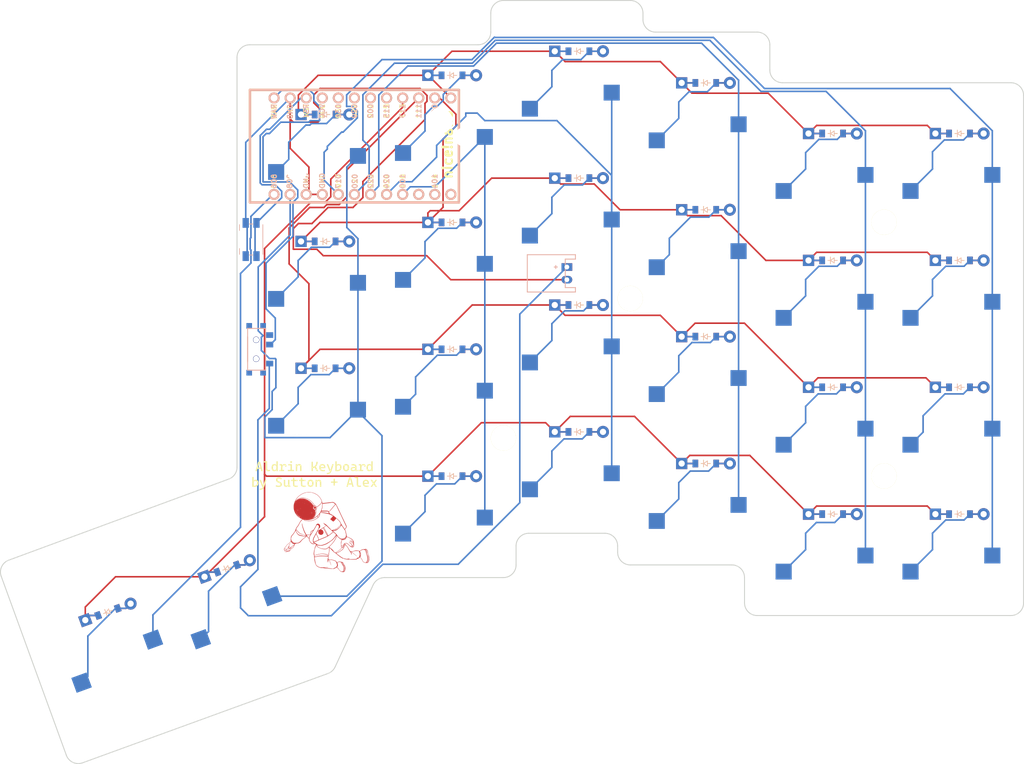
<source format=kicad_pcb>
(kicad_pcb (version 20240108) (generator "pcbnew") (generator_version "8.0")
  (title_block (title "right") (rev "v1.0.0") (company "Unknown"))
  (layers (0 "F.Cu" signal) (31 "B.Cu" signal) (34 "B.Paste" user) (35 "F.Paste" user) (36 "B.SilkS" user "B.Silkscreen") (37 "F.SilkS" user "F.Silkscreen") (38 "B.Mask" user) (39 "F.Mask" user) (44 "Edge.Cuts" user))
  (net 0 "")
  (net 1 "P017")
  (net 2 "mirror_outer_mod")
  (net 3 "mirror_outer_bottom")
  (net 4 "mirror_outer_home")
  (net 5 "mirror_outer_top")
  (net 6 "P020")
  (net 7 "mirror_pinky_mod")
  (net 8 "mirror_pinky_bottom")
  (net 9 "mirror_pinky_home")
  (net 10 "mirror_pinky_top")
  (net 11 "P022")
  (net 12 "mirror_ring_mod")
  (net 13 "mirror_ring_bottom")
  (net 14 "mirror_ring_home")
  (net 15 "mirror_ring_top")
  (net 16 "P024")
  (net 17 "mirror_middle_mod")
  (net 18 "mirror_middle_bottom")
  (net 19 "mirror_middle_home")
  (net 20 "mirror_middle_top")
  (net 21 "P100")
  (net 22 "mirror_index_mod")
  (net 23 "mirror_index_bottom")
  (net 24 "mirror_index_home")
  (net 25 "mirror_index_top")
  (net 26 "P008")
  (net 27 "mirror_inner_bottom")
  (net 28 "mirror_inner_home")
  (net 29 "mirror_inner_top")
  (net 30 "mirror_inner_first")
  (net 31 "P006")
  (net 32 "mirror_outer_first")
  (net 33 "RAW")
  (net 34 "GND")
  (net 35 "RST")
  (net 36 "VCC")
  (net 37 "P031")
  (net 38 "P029")
  (net 39 "P002")
  (net 40 "P115")
  (net 41 "P113")
  (net 42 "P111")
  (net 43 "P010")
  (net 44 "P009")
  (net 45 "P011")
  (net 46 "P104")
  (net 47 "P106")
  (net 48 "pos")
  (footprint "E73:SPDT_C128955" (layer "F.Cu") (at 261.55 119.95 90)
    (property "Reference" "T1" (hide yes))
    (property "Value" "" (hide yes))
  )
  (footprint "ComboDiode" (layer "F.Cu") (at 312.55 112.95)
    (property "Reference" "D14" (hide yes))
    (property "Value" "" (hide yes))
  )
  (footprint "MX" (layer "F.Cu") (at 310.65 116.95 180)
    (property "Reference" "S14" (hide yes))
    (property "Value" "" (hide yes))
  )
  (footprint "ComboDiode" (layer "F.Cu") (at 292.5 119.95)
    (property "Reference" "D18" (hide yes))
    (property "Value" "" (hide yes))
  )
  (footprint "ComboDiode" (layer "F.Cu") (at 272.45 82.85)
    (property "Reference" "D22" (hide yes))
    (property "Value" "" (hide yes))
  )
  (footprint "HOLE_M2_TH" (layer "F.Cu") (at 320.675 111.925)
    (property "Reference" "")
    (property "Value" "")
  )
  (footprint "MX" (layer "F.Cu") (at 350.75 150 180)
    (property "Reference" "S5" (hide yes))
    (property "Value" "" (hide yes))
  )
  (footprint "ComboDiode" (layer "F.Cu") (at 272.45 102.9)
    (property "Reference" "D21" (hide yes))
    (property "Value" "" (hide yes))
  )
  (footprint "MX" (layer "F.Cu") (at 270.55 86.85 180)
    (property "Reference" "S23" (hide yes))
    (property "Value" "" (hide yes))
  )
  (footprint "ComboDiode" (layer "F.Cu") (at 272.45 122.95)
    (property "Reference" "D20" (hide yes))
    (property "Value" "" (hide yes))
  )
  (footprint "MX" (layer "F.Cu") (at 290.6 123.95 180)
    (property "Reference" "S18" (hide yes))
    (property "Value" "" (hide yes))
  )
  (footprint "MX" (layer "F.Cu") (at 237.709163 165.857504 -160)
    (property "Reference" "S25" (hide yes))
    (property "Value" "" (hide yes))
  )
  (footprint "nice_nano" (layer "F.Cu") (at 278.35 87.85)
    (property "Reference" "MCU1" (hide yes))
    (property "Value" "nice_nano" (hide yes))
  )
  (footprint "ComboDiode" (layer "F.Cu") (at 372.7 146)
    (property "Reference" "D1" (hide yes))
    (property "Value" "" (hide yes))
  )
  (footprint "MX" (layer "F.Cu") (at 256.55 159 -160)
    (property "Reference" "S24" (hide yes))
    (property "Value" "" (hide yes))
  )
  (footprint "MX" (layer "F.Cu") (at 350.75 89.85 180)
    (property "Reference" "S8" (hide yes))
    (property "Value" "" (hide yes))
  )
  (footprint "HOLE_M2_TH" (layer "F.Cu") (at 360.775 139.975)
    (property "Reference" "")
    (property "Value" "")
  )
  (footprint "ComboDiode" (layer "F.Cu") (at 352.65 125.95)
    (property "Reference" "D6" (hide yes))
    (property "Value" "" (hide yes))
  )
  (footprint "ComboDiode" (layer "F.Cu") (at 372.7 85.85)
    (property "Reference" "D4" (hide yes))
    (property "Value" "" (hide yes))
  )
  (footprint "ComboDiode" (layer "F.Cu") (at 312.55 92.9)
    (property "Reference" "D15" (hide yes))
    (property "Value" "" (hide yes))
  )
  (footprint "MX" (layer "F.Cu") (at 310.65 76.85 180)
    (property "Reference" "S16" (hide yes))
    (property "Value" "" (hide yes))
  )
  (footprint "MX" (layer "F.Cu") (at 330.7 142 180)
    (property "Reference" "S9" (hide yes))
    (property "Value" "" (hide yes))
  )
  (footprint "MX" (layer "F.Cu") (at 330.7 81.85 180)
    (property "Reference" "S12" (hide yes))
    (property "Value" "" (hide yes))
  )
  (footprint "MX" (layer "F.Cu") (at 290.6 103.9 180)
    (property "Reference" "S19" (hide yes))
    (property "Value" "" (hide yes))
  )
  (footprint "MX" (layer "F.Cu") (at 290.6 83.85 180)
    (property "Reference" "S20" (hide yes))
    (property "Value" "" (hide yes))
  )
  (footprint "MX" (layer "F.Cu") (at 370.8 129.95 180)
    (property "Reference" "S2" (hide yes))
    (property "Value" "" (hide yes))
  )
  (footprint "ComboDiode" (layer "F.Cu") (at 292.5 76.65)
    (property "Reference" "D25" (hide yes))
    (property "Value" "" (hide yes))
  )
  (footprint "ComboDiode" (layer "F.Cu") (at 292.5 140)
    (property "Reference" "D17" (hide yes))
    (property "Value" "" (hide yes))
  )
  (footprint "MX" (layer "F.Cu") (at 330.7 101.9 180)
    (property "Reference" "S11" (hide yes))
    (property "Value" "" (hide yes))
  )
  (footprint "MX" (layer "F.Cu") (at 370.8 89.85 180)
    (property "Reference" "S4" (hide yes))
    (property "Value" "" (hide yes))
  )
  (footprint "ComboDiode" (layer "F.Cu") (at 332.6 77.85)
    (property "Reference" "D12" (hide yes))
    (property "Value" "" (hide yes))
  )
  (footprint "MX" (layer "F.Cu") (at 350.75 109.9 180)
    (property "Reference" "S7" (hide yes))
    (property "Value" "" (hide yes))
  )
  (footprint "MX" (layer "F.Cu") (at 310.65 96.9 180)
    (property "Reference" "S15" (hide yes))
    (property "Value" "" (hide yes))
  )
  (footprint "ComboDiode" (layer "F.Cu") (at 352.65 85.85)
    (property "Reference" "D8" (hide yes))
    (property "Value" "" (hide yes))
  )
  (footprint "HOLE_M2_TH" (layer "F.Cu") (at 300.625 133.975)
    (property "Reference" "")
    (property "Value" "")
  )
  (footprint "ComboDiode" (layer "F.Cu") (at 332.6 138)
    (property "Reference" "D9" (hide yes))
    (property "Value" "" (hide yes))
  )
  (footprint "MX" (layer "F.Cu") (at 270.55 106.9 180)
    (property "Reference" "S22" (hide yes))
    (property "Value" "" (hide yes))
  )
  (footprint "ComboDiode" (layer "F.Cu") (at 256.967335 154.591391 20)
    (property "Reference" "D23" (hide yes))
    (property "Value" "" (hide yes))
  )
  (footprint "MX" (layer "F.Cu") (at 270.55 126.95 180)
    (property "Reference" "S21" (hide yes))
    (property "Value" "" (hide yes))
  )
  (footprint "ComboDiode" (layer "F.Cu") (at 332.6 97.9)
    (property "Reference" "D11" (hide yes))
    (property "Value" "" (hide yes))
  )
  (footprint "Panasonic_EVQPUL_EVQPUC" (layer "F.Cu") (at 260.75 102.6 90)
    (property "Reference" "B1" (hide yes))
    (property "Value" "Panasonic_EVQPUL_EVQPUC" (hide yes))
  )
  (footprint "ComboDiode" (layer "F.Cu") (at 292.5 99.9)
    (property "Reference" "D19" (hide yes))
    (property "Value" "" (hide yes))
  )
  (footprint "MX" (layer "F.Cu") (at 350.75 129.95 180)
    (property "Reference" "S6" (hide yes))
    (property "Value" "" (hide yes))
  )
  (footprint "JST_PH_S2B-PH-K_02x2.00mm_Angled" (layer "F.Cu") (at 310.65 107.95 -90)
    (property "Reference" "JST1" (hide yes))
    (property "Value" "" (hide yes))
  )
  (footprint "ComboDiode" (layer "F.Cu") (at 372.7 105.9)
    (property "Reference" "D3" (hide yes))
    (property "Value" "" (hide yes))
  )
  (footprint "artwork:img-only" (layer "F.Cu") (at 271.78 148.844)
    (property "Reference" "G***" (hide yes))
    (property "Value" "LOGO" (hide yes))
  )
  (footprint "ComboDiode" (layer "F.Cu") (at 372.7 125.95)
    (property "Reference" "D2" (hide yes))
    (property "Value" "" (hide yes))
  )
  (footprint "ComboDiode" (layer "F.Cu") (at 352.65 146)
    (property "Reference" "D5" (hide yes))
    (property "Value" "" (hide yes))
  )
  (footprint "ComboDiode" (layer "F.Cu") (at 312.55 133)
    (property "Reference" "D13" (hide yes))
    (property "Value" "" (hide yes))
  )
  (footprint "MX" (layer "F.Cu") (at 370.8 150 180)
    (property "Reference" "S1" (hide yes))
    (property "Value" "" (hide yes))
  )
  (footprint "HOLE_M2_TH" (layer "F.Cu") (at 360.775 99.875)
    (property "Reference" "")
    (property "Value" "")
  )
  (footprint "ComboDiode" (layer "F.Cu") (at 352.65 105.9)
    (property "Reference" "D7" (hide yes))
    (property "Value" "" (hide yes))
  )
  (footprint "ComboDiode" (layer "F.Cu") (at 312.55 72.85)
    (property "Reference" "D16" (hide yes))
    (property "Value" "" (hide yes))
  )
  (footprint "MX" (layer "F.Cu") (at 290.6 144 180)
    (property "Reference" "S17" (hide yes))
    (property "Value" "" (hide yes))
  )
  (footprint "MX" (layer "F.Cu") (at 330.7 121.95 180)
    (property "Reference" "S10" (hide yes))
    (property "Value" "" (hide yes))
  )
  (footprint "MX" (layer "F.Cu") (at 370.8 109.9 180)
    (property "Reference" "S3" (hide yes))
    (property "Value" "" (hide yes))
  )
  (footprint "artwork:text-only" (layer "F.Cu") (at 270.764 139.7)
    (property "Reference" "G***" (hide yes))
    (property "Value" "LOGO" (hide yes))
  )
  (footprint "ComboDiode" (layer "F.Cu") (at 332.6 117.95)
    (property "Reference" "D10" (hide yes))
    (property "Value" "" (hide yes))
  )
  (footprint "MX" (layer "F.Cu") (at 310.65 137 180)
    (property "Reference" "S13" (hide yes))
    (property "Value" "" (hide yes))
  )
  (footprint "ComboDiode" (layer "F.Cu") (at 238.126498 161.448895 20)
    (property "Reference" "D24" (hide yes))
    (property "Value" "" (hide yes))
  )
  (gr_arc (start 336.725 154.025) (mid 338.139214 154.610786) (end 338.725 156.025) (stroke (width 0.15)) (layer "Edge.Cuts"))
  (gr_line (start 338.725 156.025) (end 338.725 160.025) (stroke (width 0.15)) (layer "Edge.Cuts"))
  (gr_line (start 318.675 151.025) (end 318.675 152.025) (stroke (width 0.15)) (layer "Edge.Cuts"))
  (gr_arc (start 302.625 151.025) (mid 303.210786 149.610786) (end 304.625 149.025) (stroke (width 0.15)) (layer "Edge.Cuts"))
  (gr_arc (start 221.263452 155.832032) (mid 221.328504 154.306447) (end 222.451149 153.271407) (stroke (width 0.15)) (layer "Edge.Cuts"))
  (gr_line (start 320.675 64.825) (end 300.625 64.825) (stroke (width 0.15)) (layer "Edge.Cuts"))
  (gr_arc (start 324.675 69.825) (mid 323.260786 69.239214) (end 322.675 67.825) (stroke (width 0.15)) (layer "Edge.Cuts"))
  (gr_line (start 221.263452 155.832031) (end 231.552487 184.100924) (stroke (width 0.15)) (layer "Edge.Cuts"))
  (gr_line (start 260.525 71.825) (end 296.625 71.825) (stroke (width 0.15)) (layer "Edge.Cuts"))
  (gr_line (start 281.852018 156.025) (end 300.625 156.025) (stroke (width 0.15)) (layer "Edge.Cuts"))
  (gr_arc (start 298.625 66.825) (mid 299.210786 65.410786) (end 300.625 64.825) (stroke (width 0.15)) (layer "Edge.Cuts"))
  (gr_arc (start 320.675 64.825) (mid 322.089214 65.410786) (end 322.675 66.825) (stroke (width 0.15)) (layer "Edge.Cuts"))
  (gr_arc (start 274.026553 170.143521) (mid 273.5649 170.775166) (end 272.896252 171.18138) (stroke (width 0.15)) (layer "Edge.Cuts"))
  (gr_arc (start 258.525 138.580645) (mid 258.165636 139.72446) (end 257.216687 140.457229) (stroke (width 0.15)) (layer "Edge.Cuts"))
  (gr_line (start 298.625 66.825) (end 298.625 69.825) (stroke (width 0.15)) (layer "Edge.Cuts"))
  (gr_arc (start 340.725 162.025) (mid 339.310786 161.439214) (end 338.725 160.025) (stroke (width 0.15)) (layer "Edge.Cuts"))
  (gr_arc (start 258.525 73.825) (mid 259.110786 72.410786) (end 260.525 71.825) (stroke (width 0.15)) (layer "Edge.Cuts"))
  (gr_arc (start 344.725 77.825) (mid 343.310786 77.239214) (end 342.725 75.825) (stroke (width 0.15)) (layer "Edge.Cuts"))
  (gr_arc (start 280.037677 157.183473) (mid 280.775694 156.339317) (end 281.852018 156.025) (stroke (width 0.15)) (layer "Edge.Cuts"))
  (gr_line (start 274.026553 170.143521) (end 280.037677 157.183473) (stroke (width 0.15)) (layer "Edge.Cuts"))
  (gr_line (start 302.625 154.025) (end 302.625 151.025) (stroke (width 0.15)) (layer "Edge.Cuts"))
  (gr_line (start 344.725 77.825) (end 380.825 77.825) (stroke (width 0.15)) (layer "Edge.Cuts"))
  (gr_arc (start 340.725 69.825) (mid 342.139214 70.410786) (end 342.725 71.825) (stroke (width 0.15)) (layer "Edge.Cuts"))
  (gr_line (start 340.725 162.025) (end 380.825 162.025) (stroke (width 0.15)) (layer "Edge.Cuts"))
  (gr_line (start 257.216687 140.457229) (end 222.451149 153.271407) (stroke (width 0.15)) (layer "Edge.Cuts"))
  (gr_arc (start 382.825 160.025) (mid 382.239214 161.439214) (end 380.825 162.025) (stroke (width 0.15)) (layer "Edge.Cuts"))
  (gr_arc (start 234.115912 185.296269) (mid 232.586635 185.229499) (end 231.552487 184.100924) (stroke (width 0.15)) (layer "Edge.Cuts"))
  (gr_arc (start 380.825 77.825) (mid 382.239214 78.410786) (end 382.825 79.825) (stroke (width 0.15)) (layer "Edge.Cuts"))
  (gr_line (start 320.675 154.025) (end 336.725 154.025) (stroke (width 0.15)) (layer "Edge.Cuts"))
  (gr_line (start 342.725 75.825) (end 342.725 71.825) (stroke (width 0.15)) (layer "Edge.Cuts"))
  (gr_line (start 322.675 67.825) (end 322.675 66.825) (stroke (width 0.15)) (layer "Edge.Cuts"))
  (gr_line (start 340.725 69.825) (end 324.675 69.825) (stroke (width 0.15)) (layer "Edge.Cuts"))
  (gr_arc (start 316.675 149.025) (mid 318.089214 149.610786) (end 318.675 151.025) (stroke (width 0.15)) (layer "Edge.Cuts"))
  (gr_arc (start 302.625 154.025) (mid 302.039214 155.439214) (end 300.625 156.025) (stroke (width 0.15)) (layer "Edge.Cuts"))
  (gr_line (start 382.825 160.025) (end 382.825 79.825) (stroke (width 0.15)) (layer "Edge.Cuts"))
  (gr_line (start 234.115913 185.296269) (end 272.896252 171.18138) (stroke (width 0.15)) (layer "Edge.Cuts"))
  (gr_arc (start 320.675 154.025) (mid 319.260786 153.439214) (end 318.675 152.025) (stroke (width 0.15)) (layer "Edge.Cuts"))
  (gr_arc (start 298.625 69.825) (mid 298.039214 71.239214) (end 296.625 71.825) (stroke (width 0.15)) (layer "Edge.Cuts"))
  (gr_line (start 258.525 73.825) (end 258.525 138.580645) (stroke (width 0.15)) (layer "Edge.Cuts"))
  (gr_line (start 304.625 149.025) (end 316.675 149.025) (stroke (width 0.15)) (layer "Edge.Cuts"))
  (segment (start 299.212 70.612) (end 295.656 74.168) (width 0.25) (layer "B.Cu") (net 1))
  (segment (start 377.885 92.39) (end 377.885 85.418342) (width 0.25) (layer "B.Cu") (net 1))
  (segment (start 295.656 74.168) (end 281.432 74.168) (width 0.25) (layer "B.Cu") (net 1))
  (segment (start 272.796 88.30235) (end 272.288 88.81035) (width 0.25) (layer "B.Cu") (net 1))
  (segment (start 275.0559 85.6241) (end 272.796 87.884) (width 0.25) (layer "B.Cu") (net 1))
  (segment (start 341.884 78.74) (end 333.814 70.67) (width 0.25) (layer "B.Cu") (net 1))
  (segment (start 377.885 132.49) (end 377.885 152.54) (width 0.25) (layer "B.Cu") (net 1))
  (segment (start 272.796 87.884) (end 272.796 88.30235) (width 0.25) (layer "B.Cu") (net 1))
  (segment (start 275.292558 85.6241) (end 275.0559 85.6241) (width 0.25) (layer "B.Cu") (net 1))
  (segment (start 275.844 81.5725) (end 276.789158 81.5725) (width 0.25) (layer "B.Cu") (net 1))
  (segment (start 281.432 74.168) (end 275.844 79.756) (width 0.25) (layer "B.Cu") (net 1))
  (segment (start 377.885 92.39) (end 377.885 112.44) (width 0.25) (layer "B.Cu") (net 1))
  (segment (start 371.206658 78.74) (end 341.884 78.74) (width 0.25) (layer "B.Cu") (net 1))
  (segment (start 272.288 93.218) (end 274.54 95.47) (width 0.25) (layer "B.Cu") (net 1))
  (segment (start 377.885 112.44) (end 377.885 132.49) (width 0.25) (layer "B.Cu") (net 1))
  (segment (start 333.814 70.67) (end 299.27 70.67) (width 0.25) (layer "B.Cu") (net 1))
  (segment (start 377.885 85.418342) (end 371.206658 78.74) (width 0.25) (layer "B.Cu") (net 1))
  (segment (start 276.789158 81.5725) (end 277.5375 82.320842) (width 0.25) (layer "B.Cu") (net 1))
  (segment (start 277.5375 82.320842) (end 277.5375 83.379158) (width 0.25) (layer "B.Cu") (net 1))
  (segment (start 275.844 79.756) (end 275.844 81.5725) (width 0.25) (layer "B.Cu") (net 1))
  (segment (start 272.288 88.81035) (end 272.288 93.218) (width 0.25) (layer "B.Cu") (net 1))
  (segment (start 277.5375 83.379158) (end 275.292558 85.6241) (width 0.25) (layer "B.Cu") (net 1))
  (segment (start 374.35 146) (end 376.51 146) (width 0.25) (layer "F.Cu") (net 2))
  (segment (start 368.4311 149.018769) (end 370.524869 146.925) (width 0.25) (layer "B.Cu") (net 2))
  (segment (start 368.4311 151.6069) (end 368.4311 149.018769) (width 0.25) (layer "B.Cu") (net 2))
  (segment (start 370.524869 146.925) (end 373.425 146.925) (width 0.25) (layer "B.Cu") (net 2))
  (segment (start 373.425 146.925) (end 374.35 146) (width 0.25) (layer "B.Cu") (net 2))
  (segment (start 374.35 146) (end 376.51 146) (width 0.25) (layer "B.Cu") (net 2))
  (segment (start 364.958 155.08) (end 368.4311 151.6069) (width 0.25) (layer "B.Cu") (net 2))
  (segment (start 374.35 125.95) (end 376.51 125.95) (width 0.25) (layer "F.Cu") (net 3))
  (segment (start 373.3 127) (end 374.35 125.95) (width 0.25) (layer "B.Cu") (net 3))
  (segment (start 370.399869 127) (end 373.3 127) (width 0.25) (layer "B.Cu") (net 3))
  (segment (start 364.958 135.03) (end 366.9459 133.0421) (width 0.25) (layer "B.Cu") (net 3))
  (segment (start 374.35 125.95) (end 376.51 125.95) (width 0.25) (layer "B.Cu") (net 3))
  (segment (start 366.9459 130.453969) (end 370.399869 127) (width 0.25) (layer "B.Cu") (net 3))
  (segment (start 366.9459 133.0421) (end 366.9459 130.453969) (width 0.25) (layer "B.Cu") (net 3))
  (segment (start 374.35 105.9) (end 376.51 105.9) (width 0.25) (layer "F.Cu") (net 4))
  (segment (start 368.4311 111.5069) (end 368.4311 108.918769) (width 0.25) (layer "B.Cu") (net 4))
  (segment (start 374.35 105.9) (end 376.51 105.9) (width 0.25) (layer "B.Cu") (net 4))
  (segment (start 373.425 106.825) (end 374.35 105.9) (width 0.25) (layer "B.Cu") (net 4))
  (segment (start 370.524869 106.825) (end 373.425 106.825) (width 0.25) (layer "B.Cu") (net 4))
  (segment (start 364.958 114.98) (end 368.4311 111.5069) (width 0.25) (layer "B.Cu") (net 4))
  (segment (start 368.4311 108.918769) (end 370.524869 106.825) (width 0.25) (layer "B.Cu") (net 4))
  (segment (start 374.35 85.85) (end 376.51 85.85) (width 0.25) (layer "F.Cu") (net 5))
  (segment (start 364.958 94.93) (end 368.4311 91.4569) (width 0.25) (layer "B.Cu") (net 5))
  (segment (start 374.35 85.85) (end 376.51 85.85) (width 0.25) (layer "B.Cu") (net 5))
  (segment (start 370.3 86.868) (end 373.332 86.868) (width 0.25) (layer "B.Cu") (net 5))
  (segment (start 373.332 86.868) (end 374.35 85.85) (width 0.25) (layer "B.Cu") (net 5))
  (segment (start 368.4311 91.4569) (end 368.4311 88.7369) (width 0.25) (layer "B.Cu") (net 5))
  (segment (start 368.4311 88.7369) (end 370.3 86.868) (width 0.25) (layer "B.Cu") (net 5))
  (segment (start 279.4 87.884) (end 279.4 93.15) (width 0.25) (layer "B.Cu") (net 6))
  (segment (start 278.4187 79.7213) (end 278.4187 86.9027) (width 0.25) (layer "B.Cu") (net 6))
  (segment (start 357.835 85.418342) (end 351.606658 79.19) (width 0.25) (layer "B.Cu") (net 6))
  (segment (start 333.248 71.12) (end 299.340396 71.12) (width 0.25) (layer "B.Cu") (net 6))
  (segment (start 341.318 79.19) (end 333.248 71.12) (width 0.25) (layer "B.Cu") (net 6))
  (segment (start 357.835 92.39) (end 357.835 112.44) (width 0.25) (layer "B.Cu") (net 6))
  (segment (start 283.406 74.734) (end 278.4187 79.7213) (width 0.25) (layer "B.Cu") (net 6))
  (segment (start 357.835 112.44) (end 357.835 132.49) (width 0.25) (layer "B.Cu") (net 6))
  (segment (start 351.606658 79.19) (end 341.318 79.19) (width 0.25) (layer "B.Cu") (net 6))
  (segment (start 357.835 92.39) (end 357.835 85.418342) (width 0.25) (layer "B.Cu") (net 6))
  (segment (start 279.4 93.15) (end 277.08 95.47) (width 0.25) (layer "B.Cu") (net 6))
  (segment (start 299.340396 71.12) (end 295.726396 74.734) (width 0.25) (layer "B.Cu") (net 6))
  (segment (start 295.726396 74.734) (end 283.406 74.734) (width 0.25) (layer "B.Cu") (net 6))
  (segment (start 357.835 132.49) (end 357.835 152.54) (width 0.25) (layer "B.Cu") (net 6))
  (segment (start 278.4187 86.9027) (end 279.4 87.884) (width 0.25) (layer "B.Cu") (net 6))
  (segment (start 354.3 146) (end 356.46 146) (width 0.25) (layer "F.Cu") (net 7))
  (segment (start 350.079869 147.32) (end 352.98 147.32) (width 0.25) (layer "B.Cu") (net 7))
  (segment (start 344.908 155.08) (end 348.3811 151.6069) (width 0.25) (layer "B.Cu") (net 7))
  (segment (start 352.98 147.32) (end 354.3 146) (width 0.25) (layer "B.Cu") (net 7))
  (segment (start 348.3811 151.6069) (end 348.3811 149.018769) (width 0.25) (layer "B.Cu") (net 7))
  (segment (start 354.3 146) (end 356.46 146) (width 0.25) (layer "B.Cu") (net 7))
  (segment (start 348.3811 149.018769) (end 350.079869 147.32) (width 0.25) (layer "B.Cu") (net 7))
  (segment (start 354.3 125.95) (end 356.46 125.95) (width 0.25) (layer "F.Cu") (net 8))
  (segment (start 348.3811 128.968769) (end 350.349869 127) (width 0.25) (layer "B.Cu") (net 8))
  (segment (start 350.349869 127) (end 353.25 127) (width 0.25) (layer "B.Cu") (net 8))
  (segment (start 348.3811 131.5569) (end 348.3811 128.968769) (width 0.25) (layer "B.Cu") (net 8))
  (segment (start 354.3 125.95) (end 356.46 125.95) (width 0.25) (layer "B.Cu") (net 8))
  (segment (start 353.25 127) (end 354.3 125.95) (width 0.25) (layer "B.Cu") (net 8))
  (segment (start 344.908 135.03) (end 348.3811 131.5569) (width 0.25) (layer "B.Cu") (net 8))
  (segment (start 354.3 105.9) (end 356.46 105.9) (width 0.25) (layer "F.Cu") (net 9))
  (segment (start 348.3811 111.5069) (end 348.3811 108.918769) (width 0.25) (layer "B.Cu") (net 9))
  (segment (start 354.3 105.9) (end 356.46 105.9) (width 0.25) (layer "B.Cu") (net 9))
  (segment (start 344.908 114.98) (end 348.3811 111.5069) (width 0.25) (layer "B.Cu") (net 9))
  (segment (start 353.375 106.825) (end 354.3 105.9) (width 0.25) (layer "B.Cu") (net 9))
  (segment (start 350.474869 106.825) (end 353.375 106.825) (width 0.25) (layer "B.Cu") (net 9))
  (segment (start 348.3811 108.918769) (end 350.474869 106.825) (width 0.25) (layer "B.Cu") (net 9))
  (segment (start 354.3 85.85) (end 356.46 85.85) (width 0.25) (layer "F.Cu") (net 10))
  (segment (start 354.3 85.85) (end 356.46 85.85) (width 0.25) (layer "B.Cu") (net 10))
  (segment (start 348.3811 88.868769) (end 350.474869 86.775) (width 0.25) (layer "B.Cu") (net 10))
  (segment (start 350.474869 86.775) (end 353.375 86.775) (width 0.25) (layer "B.Cu") (net 10))
  (segment (start 348.3811 91.4569) (end 348.3811 88.868769) (width 0.25) (layer "B.Cu") (net 10))
  (segment (start 344.908 94.93) (end 348.3811 91.4569) (width 0.25) (layer "B.Cu") (net 10))
  (segment (start 353.375 86.775) (end 354.3 85.85) (width 0.25) (layer "B.Cu") (net 10))
  (segment (start 295.912792 75.184) (end 285.507105 75.184) (width 0.25) (layer "B.Cu") (net 11))
  (segment (start 280.924 94.166) (end 279.62 95.47) (width 0.25) (layer "B.Cu") (net 11))
  (segment (start 299.526792 71.57) (end 295.912792 75.184) (width 0.25) (layer "B.Cu") (net 11))
  (segment (start 280.924 79.767105) (end 280.924 94.166) (width 0.25) (layer "B.Cu") (net 11))
  (segment (start 337.785 84.39) (end 337.785 104.44) (width 0.25) (layer "B.Cu") (net 11))
  (segment (start 337.785 124.49) (end 337.785 144.54) (width 0.25) (layer "B.Cu") (net 11))
  (segment (start 337.785 104.44) (end 337.785 124.49) (width 0.25) (layer "B.Cu") (net 11))
  (segment (start 285.507105 75.184) (end 280.924 79.767105) (width 0.25) (layer "B.Cu") (net 11))
  (segment (start 337.785 84.39) (end 337.785 77.418342) (width 0.25) (layer "B.Cu") (net 11))
  (segment (start 331.936658 71.57) (end 299.526792 71.57) (width 0.25) (layer "B.Cu") (net 11))
  (segment (start 337.785 77.418342) (end 331.936658 71.57) (width 0.25) (layer "B.Cu") (net 11))
  (segment (start 334.25 138) (end 336.41 138) (width 0.25) (layer "F.Cu") (net 12))
  (segment (start 330.157869 139.192) (end 333.058 139.192) (width 0.25) (layer "B.Cu") (net 12))
  (segment (start 333.058 139.192) (end 334.25 138) (width 0.25) (layer "B.Cu") (net 12))
  (segment (start 334.25 138) (end 336.41 138) (width 0.25) (layer "B.Cu") (net 12))
  (segment (start 328.3311 141.018769) (end 330.157869 139.192) (width 0.25) (layer "B.Cu") (net 12))
  (segment (start 328.3311 143.6069) (end 328.3311 141.018769) (width 0.25) (layer "B.Cu") (net 12))
  (segment (start 324.858 147.08) (end 328.3311 143.6069) (width 0.25) (layer "B.Cu") (net 12))
  (segment (start 334.25 117.95) (end 336.41 117.95) (width 0.25) (layer "F.Cu") (net 13))
  (segment (start 334.25 117.95) (end 336.41 117.95) (width 0.25) (layer "B.Cu") (net 13))
  (segment (start 328.3311 123.5569) (end 328.3311 120.968769) (width 0.25) (layer "B.Cu") (net 13))
  (segment (start 330.424869 118.875) (end 333.325 118.875) (width 0.25) (layer "B.Cu") (net 13))
  (segment (start 324.858 127.03) (end 328.3311 123.5569) (width 0.25) (layer "B.Cu") (net 13))
  (segment (start 328.3311 120.968769) (end 330.424869 118.875) (width 0.25) (layer "B.Cu") (net 13))
  (segment (start 333.325 118.875) (end 334.25 117.95) (width 0.25) (layer "B.Cu") (net 13))
  (segment (start 334.25 97.9) (end 336.41 97.9) (width 0.25) (layer "F.Cu") (net 14))
  (segment (start 324.858 106.98) (end 326.8459 104.9921) (width 0.25) (layer "B.Cu") (net 14))
  (segment (start 334.25 97.9) (end 336.41 97.9) (width 0.25) (layer "B.Cu") (net 14))
  (segment (start 326.8459 102.403969) (end 330.189869 99.06) (width 0.25) (layer "B.Cu") (net 14))
  (segment (start 326.8459 104.9921) (end 326.8459 102.403969) (width 0.25) (layer "B.Cu") (net 14))
  (segment (start 333.09 99.06) (end 334.25 97.9) (width 0.25) (layer "B.Cu") (net 14))
  (segment (start 330.189869 99.06) (end 333.09 99.06) (width 0.25) (layer "B.Cu") (net 14))
  (segment (start 334.25 77.85) (end 336.41 77.85) (width 0.25) (layer "F.Cu") (net 15))
  (segment (start 332.852 79.248) (end 334.25 77.85) (width 0.25) (layer "B.Cu") (net 15))
  (segment (start 324.858 86.93) (end 328.3311 83.4569) (width 0.25) (layer "B.Cu") (net 15))
  (segment (start 328.3311 80.868769) (end 329.951869 79.248) (width 0.25) (layer "B.Cu") (net 15))
  (segment (start 329.951869 79.248) (end 332.852 79.248) (width 0.25) (layer "B.Cu") (net 15))
  (segment (start 334.25 77.85) (end 336.41 77.85) (width 0.25) (layer "B.Cu") (net 15))
  (segment (start 328.3311 83.4569) (end 328.3311 80.868769) (width 0.25) (layer "B.Cu") (net 15))
  (segment (start 317.735 119.49) (end 317.735 139.54) (width 0.25) (layer "B.Cu") (net 16))
  (segment (start 284.158 93.472) (end 282.16 95.47) (width 0.25) (layer "B.Cu") (net 16))
  (segment (start 309.071658 83.805) (end 297.673 83.805) (width 0.25) (layer "B.Cu") (net 16))
  (segment (start 286.16965 93.472) (end 284.158 93.472) (width 0.25) (layer "B.Cu") (net 16))
  (segment (start 297.673 83.805) (end 296.4921 82.6241) (width 0.25) (layer "B.Cu") (net 16))
  (segment (start 294.6728 82.6241) (end 294.6728 83.127331) (width 0.25) (layer "B.Cu") (net 16))
  (segment (start 317.735 99.44) (end 317.735 119.49) (width 0.25) (layer "B.Cu") (net 16))
  (segment (start 317.735 92.468342) (end 309.071658 83.805) (width 0.25) (layer "B.Cu") (net 16))
  (segment (start 290.068 87.732131) (end 290.068 89.57365) (width 0.25) (layer "B.Cu") (net 16))
  (segment (start 290.068 89.57365) (end 286.16965 93.472) (width 0.25) (layer "B.Cu") (net 16))
  (segment (start 296.4921 82.6241) (end 294.6728 82.6241) (width 0.25) (layer "B.Cu") (net 16))
  (segment (start 294.6728 83.127331) (end 290.068 87.732131) (width 0.25) (layer "B.Cu") (net 16))
  (segment (start 317.735 79.39) (end 317.735 99.44) (width 0.25) (layer "B.Cu") (net 16))
  (segment (start 317.735 99.44) (end 317.735 92.468342) (width 0.25) (layer "B.Cu") (net 16))
  (segment (start 314.2 133) (end 316.36 133) (width 0.25) (layer "F.Cu") (net 17))
  (segment (start 314.2 133) (end 316.36 133) (width 0.25) (layer "B.Cu") (net 17))
  (segment (start 310.187869 134.112) (end 313.088 134.112) (width 0.25) (layer "B.Cu") (net 17))
  (segment (start 313.088 134.112) (end 314.2 133) (width 0.25) (layer "B.Cu") (net 17))
  (segment (start 304.808 142.08) (end 308.2811 138.6069) (width 0.25) (layer "B.Cu") (net 17))
  (segment (start 308.2811 136.018769) (end 310.187869 134.112) (width 0.25) (layer "B.Cu") (net 17))
  (segment (start 308.2811 138.6069) (end 308.2811 136.018769) (width 0.25) (layer "B.Cu") (net 17))
  (segment (start 314.2 112.95) (end 316.36 112.95) (width 0.25) (layer "F.Cu") (net 18))
  (segment (start 308.2811 115.8989) (end 310.305 113.875) (width 0.25) (layer "B.Cu") (net 18))
  (segment (start 314.2 112.95) (end 316.36 112.95) (width 0.25) (layer "B.Cu") (net 18))
  (segment (start 310.305 113.875) (end 313.275 113.875) (width 0.25) (layer "B.Cu") (net 18))
  (segment (start 308.2811 118.5569) (end 308.2811 115.8989) (width 0.25) (layer "B.Cu") (net 18))
  (segment (start 304.808 122.03) (end 308.2811 118.5569) (width 0.25) (layer "B.Cu") (net 18))
  (segment (start 313.275 113.875) (end 314.2 112.95) (width 0.25) (layer "B.Cu") (net 18))
  (segment (start 314.2 92.9) (end 316.36 92.9) (width 0.25) (layer "F.Cu") (net 19))
  (segment (start 314.2 92.9) (end 316.36 92.9) (width 0.25) (layer "B.Cu") (net 19))
  (segment (start 310.219869 93.98) (end 313.12 93.98) (width 0.25) (layer "B.Cu") (net 19))
  (segment (start 313.12 93.98) (end 314.2 92.9) (width 0.25) (layer "B.Cu") (net 19))
  (segment (start 304.808 101.98) (end 308.2811 98.5069) (width 0.25) (layer "B.Cu") (net 19))
  (segment (start 308.2811 95.918769) (end 310.219869 93.98) (width 0.25) (layer "B.Cu") (net 19))
  (segment (start 308.2811 98.5069) (end 308.2811 95.918769) (width 0.25) (layer "B.Cu") (net 19))
  (segment (start 314.2 72.85) (end 316.36 72.85) (width 0.25) (layer "F.Cu") (net 20))
  (segment (start 312.882 74.168) (end 314.2 72.85) (width 0.25) (layer "B.Cu") (net 20))
  (segment (start 308.2811 78.4569) (end 308.2811 75.868769) (width 0.25) (layer "B.Cu") (net 20))
  (segment (start 314.2 72.85) (end 316.36 72.85) (width 0.25) (layer "B.Cu") (net 20))
  (segment (start 308.2811 75.868769) (end 309.981869 74.168) (width 0.25) (layer "B.Cu") (net 20))
  (segment (start 304.808 81.93) (end 308.2811 78.4569) (width 0.25) (layer "B.Cu") (net 20))
  (segment (start 309.981869 74.168) (end 312.882 74.168) (width 0.25) (layer "B.Cu") (net 20))
  (segment (start 297.685 126.49) (end 297.685 146.54) (width 0.25) (layer "B.Cu") (net 21))
  (segment (start 285.9013 94.2687) (end 284.7 95.47) (width 0.25) (layer "B.Cu") (net 21))
  (segment (start 289.8063 94.2687) (end 285.9013 94.2687) (width 0.25) (layer "B.Cu") (net 21))
  (segment (start 297.685 106.44) (end 297.685 126.49) (width 0.25) (layer "B.Cu") (net 21))
  (segment (start 297.685 86.39) (end 289.8063 94.2687) (width 0.25) (layer "B.Cu") (net 21))
  (segment (start 297.685 86.39) (end 297.685 106.44) (width 0.25) (layer "B.Cu") (net 21))
  (segment (start 294.15 140) (end 296.31 140) (width 0.25) (layer "F.Cu") (net 22))
  (segment (start 290.025869 141.224) (end 292.926 141.224) (width 0.25) (layer "B.Cu") (net 22))
  (segment (start 292.926 141.224) (end 294.15 140) (width 0.25) (layer "B.Cu") (net 22))
  (segment (start 284.758 149.08) (end 288.2311 145.6069) (width 0.25) (layer "B.Cu") (net 22))
  (segment (start 288.2311 145.6069) (end 288.2311 143.018769) (width 0.25) (layer "B.Cu") (net 22))
  (segment (start 288.2311 143.018769) (end 290.025869 141.224) (width 0.25) (layer "B.Cu") (net 22))
  (segment (start 294.15 140) (end 296.31 140) (width 0.25) (layer "B.Cu") (net 22))
  (segment (start 294.15 119.95) (end 296.31 119.95) (width 0.25) (layer "F.Cu") (net 23))
  (segment (start 293.225 120.875) (end 294.15 119.95) (width 0.25) (layer "B.Cu") (net 23))
  (segment (start 286.7459 124.3221) (end 290.193 120.875) (width 0.25) (layer "B.Cu") (net 23))
  (segment (start 286.7459 127.0421) (end 286.7459 124.3221) (width 0.25) (layer "B.Cu") (net 23))
  (segment (start 294.15 119.95) (end 296.31 119.95) (width 0.25) (layer "B.Cu") (net 23))
  (segment (start 290.193 120.875) (end 293.225 120.875) (width 0.25) (layer "B.Cu") (net 23))
  (segment (start 284.758 129.03) (end 286.7459 127.0421) (width 0.25) (layer "B.Cu") (net 23))
  (segment (start 294.15 99.9) (end 296.31 99.9) (width 0.25) (layer "F.Cu") (net 24))
  (segment (start 294.15 99.9) (end 296.31 99.9) (width 0.25) (layer "B.Cu") (net 24))
  (segment (start 288.2311 102.918769) (end 290.324869 100.825) (width 0.25) (layer "B.Cu") (net 24))
  (segment (start 284.758 108.98) (end 288.2311 105.5069) (width 0.25) (layer "B.Cu") (net 24))
  (segment (start 293.225 100.825) (end 294.15 99.9) (width 0.25) (layer "B.Cu") (net 24))
  (segment (start 290.324869 100.825) (end 293.225 100.825) (width 0.25) (layer "B.Cu") (net 24))
  (segment (start 288.2311 105.5069) (end 288.2311 102.918769) (width 0.25) (layer "B.Cu") (net 24))
  (segment (start 294.15 76.65) (end 296.31 76.65) (width 0.25) (layer "F.Cu") (net 25))
  (segment (start 290.227795 81.4811) (end 291.1187 80.590195) (width 0.25) (layer "B.Cu") (net 25))
  (segment (start 289.618769 81.4811) (end 290.227795 81.4811) (width 0.25) (layer "B.Cu") (net 25))
  (segment (start 288.2311 85.4569) (end 288.2311 82.868769) (width 0.25) (layer "B.Cu") (net 25))
  (segment (start 284.758 88.93) (end 288.2311 85.4569) (width 0.25) (layer "B.Cu") (net 25))
  (segment (start 291.1187 79.6813) (end 294.15 76.65) (width 0.25) (layer "B.Cu") (net 25))
  (segment (start 291.1187 80.590195) (end 291.1187 79.6813) (width 0.25) (layer "B.Cu") (net 25))
  (segment (start 294.15 76.65) (end 296.31 76.65) (width 0.25) (layer "B.Cu") (net 25))
  (segment (start 288.2311 82.868769) (end 289.618769 81.4811) (width 0.25) (layer "B.Cu") (net 25))
  (segment (start 277.635 129.49) (end 273.22 133.905) (width 0.25) (layer "B.Cu") (net 26))
  (segment (start 277.635 129.807) (end 277.635 129.49) (width 0.25) (layer "B.Cu") (net 26))
  (segment (start 262.937 133.905) (end 262.937 130.626) (width 0.25) (layer "B.Cu") (net 26))
  (segment (start 264.562 121.412) (end 263.652 121.412) (width 0.25) (layer "B.Cu") (net 26))
  (segment (start 277.635 109.44) (end 277.635 102.468342) (width 0.25) (layer "B.Cu") (net 26))
  (segment (start 277.635 102.468342) (end 275.8787 100.712042) (width 0.25) (layer "B.Cu") (net 26))
  (segment (start 262.937 130.626) (end 264.075 129.488) (width 0.25) (layer "B.Cu") (net 26))
  (segment (start 281.432 153.416) (end 281.432 133.604) (width 0.25) (layer "B.Cu") (net 26))
  (segment (start 278.2813 90.0363) (end 277.635 89.39) (width 0.25) (layer "B.Cu") (net 26))
  (segment (start 264.076452 158.963607) (end 275.884393 158.963607) (width 0.25) (layer "B.Cu") (net 26))
  (segment (start 264.075 126.611316) (end 264.668 126.018316) (width 0.25) (layer "B.Cu") (net 26))
  (segment (start 266.92 101.888) (end 266.92 95.47) (width 0.25) (layer "B.Cu") (net 26))
  (segment (start 264.668 126.018316) (end 264.668 121.518) (width 0.25) (layer "B.Cu") (net 26))
  (segment (start 277.635 129.49) (end 277.635 109.44) (width 0.25) (layer "B.Cu") (net 26))
  (segment (start 262.375 118.047) (end 262.636 117.786) (width 0.25) (layer "B.Cu") (net 26))
  (segment (start 275.8787 100.712042) (end 275.8787 91.1463) (width 0.25) (layer "B.Cu") (net 26))
  (segment (start 261.875 117.025) (end 261.875 106.933) (width 0.25) (layer "B.Cu") (net 26))
  (segment (start 264.668 121.518) (end 264.562 121.412) (width 0.25) (layer "B.Cu") (net 26))
  (segment (start 275.8787 91.1463) (end 277.635 89.39) (width 0.25) (layer "B.Cu") (net 26))
  (segment (start 261.875 106.933) (end 266.92 101.888) (width 0.25) (layer "B.Cu") (net 26))
  (segment (start 264.075 129.488) (end 264.075 126.611316) (width 0.25) (layer "B.Cu") (net 26))
  (segment (start 262.375 120.135) (end 262.375 118.047) (width 0.25) (layer "B.Cu") (net 26))
  (segment (start 263.652 121.412) (end 262.375 120.135) (width 0.25) (layer "B.Cu") (net 26))
  (segment (start 281.432 133.604) (end 277.635 129.807) (width 0.25) (layer "B.Cu") (net 26))
  (segment (start 262.636 117.786) (end 261.875 117.025) (width 0.25) (layer "B.Cu") (net 26))
  (segment (start 275.884393 158.963607) (end 281.432 153.416) (width 0.25) (layer "B.Cu") (net 26))
  (segment (start 273.22 133.905) (end 262.937 133.905) (width 0.25) (layer "B.Cu") (net 26))
  (segment (start 274.1 122.95) (end 276.26 122.95) (width 0.25) (layer "F.Cu") (net 27))
  (segment (start 268.1811 128.5569) (end 268.1811 125.968769) (width 0.25) (layer "B.Cu") (net 27))
  (segment (start 273.098 123.952) (end 274.1 122.95) (width 0.25) (layer "B.Cu") (net 27))
  (segment (start 264.708 132.03) (end 268.1811 128.5569) (width 0.25) (layer "B.Cu") (net 27))
  (segment (start 268.1811 125.968769) (end 270.197869 123.952) (width 0.25) (layer "B.Cu") (net 27))
  (segment (start 274.1 122.95) (end 276.26 122.95) (width 0.25) (layer "B.Cu") (net 27))
  (segment (start 270.197869 123.952) (end 273.098 123.952) (width 0.25) (layer "B.Cu") (net 27))
  (segment (start 274.1 102.9) (end 276.26 102.9) (width 0.25) (layer "F.Cu") (net 28))
  (segment (start 264.708 111.98) (end 268.1811 108.5069) (width 0.25) (layer "B.Cu") (net 28))
  (segment (start 268.1811 105.918769) (end 270.274869 103.825) (width 0.25) (layer "B.Cu") (net 28))
  (segment (start 270.274869 103.825) (end 273.175 103.825) (width 0.25) (layer "B.Cu") (net 28))
  (segment (start 273.175 103.825) (end 274.1 102.9) (width 0.25) (layer "B.Cu") (net 28))
  (segment (start 268.1811 108.5069) (end 268.1811 105.918769) (width 0.25) (layer "B.Cu") (net 28))
  (segment (start 274.1 102.9) (end 276.26 102.9) (width 0.25) (layer "B.Cu") (net 28))
  (segment (start 274.1 82.85) (end 276.26 82.85) (width 0.25) (layer "F.Cu") (net 29))
  (segment (start 266.6959 89.9421) (end 266.6959 87.2221) (width 0.25) (layer "B.Cu") (net 29))
  (segment (start 274.1 82.85) (end 276.26 82.85) (width 0.25) (layer "B.Cu") (net 29))
  (segment (start 266.6959 87.2221) (end 269.404 84.514) (width 0.25) (layer "B.Cu") (net 29))
  (segment (start 270.284396 84.27) (end 272.68 84.27) (width 0.25) (layer "B.Cu") (net 29))
  (segment (start 270.040396 84.514) (end 270.284396 84.27) (width 0.25) (layer "B.Cu") (net 29))
  (segment (start 264.708 91.93) (end 266.6959 89.9421) (width 0.25) (layer "B.Cu") (net 29))
  (segment (start 272.68 84.27) (end 274.1 82.85) (width 0.25) (layer "B.Cu") (net 29))
  (segment (start 269.404 84.514) (end 270.040396 84.514) (width 0.25) (layer "B.Cu") (net 29))
  (segment (start 258.517828 154.027058) (end 259.8088 154.027058) (width 0.25) (layer "F.Cu") (net 30))
  (segment (start 259.8088 154.027058) (end 260.547564 153.288294) (width 0.25) (layer "F.Cu") (net 30))
  (segment (start 252.797778 165.77172) (end 254.025643 164.543855) (width 0.25) (layer "B.Cu") (net 30))
  (segment (start 259.8088 154.027058) (end 260.547564 153.288294) (width 0.25) (layer "B.Cu") (net 30))
  (segment (start 254.025643 158.174226) (end 258.172811 154.027058) (width 0.25) (layer "B.Cu") (net 30))
  (segment (start 258.517828 154.027058) (end 259.8088 154.027058) (width 0.25) (layer "B.Cu") (net 30))
  (segment (start 258.172811 154.027058) (end 258.517828 154.027058) (width 0.25) (layer "B.Cu") (net 30))
  (segment (start 254.025643 164.543855) (end 254.025643 158.174226) (width 0.25) (layer "B.Cu") (net 30))
  (segment (start 260.725 102.31066) (end 260.725 98.939) (width 0.25) (layer "B.Cu") (net 31))
  (segment (start 260.604 102.43166) (end 260.725 102.31066) (width 0.25) (layer "B.Cu") (net 31))
  (segment (start 259.075 148.0762) (end 259.075 107.975) (width 0.25) (layer "B.Cu") (net 31))
  (segment (start 245.235615 165.821111) (end 245.235615 161.915585) (width 0.25) (layer "B.Cu") (net 31))
  (segment (start 260.604 104.14) (end 260.604 102.43166) (width 0.25) (layer "B.Cu") (net 31))
  (segment (start 260.725 98.939) (end 264.194 95.47) (width 0.25) (layer "B.Cu") (net 31))
  (segment (start 264.194 95.47) (end 264.38 95.47) (width 0.25) (layer "B.Cu") (net 31))
  (segment (start 260.725 104.261) (end 260.604 104.14) (width 0.25) (layer "B.Cu") (net 31))
  (segment (start 260.725 106.325) (end 260.725 104.261) (width 0.25) (layer "B.Cu") (net 31))
  (segment (start 259.075 107.975) (end 260.725 106.325) (width 0.25) (layer "B.Cu") (net 31))
  (segment (start 245.235615 161.915585) (end 259.075 148.0762) (width 0.25) (layer "B.Cu") (net 31))
  (segment (start 239.676991 160.884562) (end 240.967963 160.884562) (width 0.25) (layer "F.Cu") (net 32))
  (segment (start 240.967963 160.884562) (end 241.706727 160.145798) (width 0.25) (layer "F.Cu") (net 32))
  (segment (start 239.331974 160.884562) (end 239.676991 160.884562) (width 0.25) (layer "B.Cu") (net 32))
  (segment (start 234.951704 165.264832) (end 239.331974 160.884562) (width 0.25) (layer "B.Cu") (net 32))
  (segment (start 239.676991 160.884562) (end 240.967963 160.884562) (width 0.25) (layer "B.Cu") (net 32))
  (segment (start 240.967963 160.884562) (end 241.706727 160.145798) (width 0.25) (layer "B.Cu") (net 32))
  (segment (start 234.951704 171.634461) (end 234.951704 165.264832) (width 0.25) (layer "B.Cu") (net 32))
  (segment (start 233.956941 172.629224) (end 234.951704 171.634461) (width 0.25) (layer "B.Cu") (net 32))
  (segment (start 263.652 85.852) (end 265.44 84.064) (width 0.25) (layer "B.Cu") (net 33))
  (segment (start 266.849 93.505) (end 262.669 93.505) (width 0.25) (layer "B.Cu") (net 33))
  (segment (start 265.44 84.064) (end 269.854 84.064) (width 0.25) (layer "B.Cu") (net 33))
  (segment (start 263.8 119.2) (end 264.575 118.425) (width 0.25) (layer "B.Cu") (net 33))
  (segment (start 270.6613 80.6693) (end 270.6613 79.6533) (width 0.25) (layer "B.Cu") (net 33))
  (segment (start 270.6613 79.6533) (end 270.0367 79.0287) (width 0.25) (layer "B.Cu") (net 33))
  (segment (start 263.144 85.852) (end 263.652 85.852) (width 0.25) (layer "B.Cu") (net 33))
  (segment (start 264.575 115.022) (end 263.108 113.555) (width 0.25) (layer "B.Cu") (net 33))
  (segment (start 267.37 102.074396) (end 267.37 96.718895) (width 0.25) (layer "B.Cu") (net 33))
  (segment (start 271.53 83.82) (end 271.575 83.775) (width 0.25) (layer "B.Cu") (net 33))
  (segment (start 271.575 81.583) (end 270.6613 80.6693) (width 0.25) (layer "B.Cu") (net 33))
  (segment (start 270.098 83.82) (end 271.53 83.82) (width 0.25) (layer "B.Cu") (net 33))
  (segment (start 262.636 93.472) (end 262.636 86.36) (width 0.25) (layer "B.Cu") (net 33))
  (segment (start 264.575 118.425) (end 264.575 115.022) (width 0.25) (layer "B.Cu") (net 33))
  (segment (start 268.1213 95.967595) (end 268.1213 94.7773) (width 0.25) (layer "B.Cu") (net 33))
  (segment (start 262.636 86.36) (end 263.144 85.852) (width 0.25) (layer "B.Cu") (net 33))
  (segment (start 269.854 84.064) (end 270.098 83.82) (width 0.25) (layer "B.Cu") (net 33))
  (segment (start 271.575 83.775) (end 271.575 81.583) (width 0.25) (layer "B.Cu") (net 33))
  (segment (start 268.1213 94.7773) (end 266.849 93.505) (width 0.25) (layer "B.Cu") (net 33))
  (segment (start 265.5813 79.0287) (end 264.38 80.23) (width 0.25) (layer "B.Cu") (net 33))
  (segment (start 262.669 93.505) (end 262.636 93.472) (width 0.25) (layer "B.Cu") (net 33))
  (segment (start 270.0367 79.0287) (end 265.5813 79.0287) (width 0.25) (layer "B.Cu") (net 33))
  (segment (start 263.625 119.2) (end 263.8 119.2) (width 0.25) (layer "B.Cu") (net 33))
  (segment (start 267.37 96.718895) (end 268.1213 95.967595) (width 0.25) (layer "B.Cu") (net 33))
  (segment (start 263.108 106.336396) (end 267.37 102.074396) (width 0.25) (layer "B.Cu") (net 33))
  (segment (start 263.108 113.555) (end 263.108 106.336396) (width 0.25) (layer "B.Cu") (net 33))
  (segment (start 271.575 83.775) (end 271.286 84.064) (width 0.25) (layer "F.Cu") (net 34))
  (segment (start 271.286 84.064) (end 267.426 84.064) (width 0.25) (layer "F.Cu") (net 34))
  (segment (start 269.46 95.47) (end 272 95.47) (width 0.25) (layer "F.Cu") (net 34))
  (segment (start 288.505869 105.156) (end 272.156131 105.156) (width 0.25) (layer "F.Cu") (net 34))
  (segment (start 270.365687 100.076) (end 272.905687 97.536) (width 0.25) (layer "F.Cu") (net 34))
  (segment (start 278.4187 95.967595) (end 278.4187 93.4373) (width 0.25) (layer "F.Cu") (net 34))
  (segment (start 267.426 100.874) (end 268.224 100.076) (width 0.25) (layer "F.Cu") (net 34))
  (segment (start 267.452 104.14) (end 267.426 104.114) (width 0.25) (layer "F.Cu") (net 34))
  (segment (start 271.140131 104.14) (end 267.452 104.14) (width 0.25) (layer "F.Cu") (net 34))
  (segment (start 288.544 79.835105) (end 287.448895 78.74) (width 0.25) (layer "F.Cu") (net 34))
  (segment (start 269.885 95.045) (end 269.46 95.47) (width 0.25) (layer "F.Cu") (net 34))
  (segment (start 310.65 108.95) (end 292.299869 108.95) (width 0.25) (layer "F.Cu") (net 34))
  (segment (start 266.92 83.558) (end 266.92 80.23) (width 0.25) (layer "F.Cu") (net 34))
  (segment (start 288.544 80.762295) (end 288.544 79.835105) (width 0.25) (layer "F.Cu") (net 34))
  (segment (start 272.905687 97.536) (end 276.850295 97.536) (width 0.25) (layer "F.Cu") (net 34))
  (segment (start 288.2311 83.6249) (end 288.2311 81.075195) (width 0.25) (layer "F.Cu") (net 34))
  (segment (start 271.575 81.925) (end 271.575 83.775) (width 0.25) (layer "F.Cu") (net 34))
  (segment (start 269.885 91.15335) (end 269.885 95.045) (width 0.25) (layer "F.Cu") (net 34))
  (segment (start 292.299869 108.95) (end 288.505869 105.156) (width 0.25) (layer "F.Cu") (net 34))
  (segment (start 267.426 84.064) (end 266.92 83.558) (width 0.25) (layer "F.Cu") (net 34))
  (segment (start 266.92 80.23) (end 266.92 88.18835) (width 0.25) (layer "F.Cu") (net 34))
  (segment (start 270.6613 79.732405) (end 270.6613 81.0113) (width 0.25) (layer "F.Cu") (net 34))
  (segment (start 266.92 88.18835) (end 269.885 91.15335) (width 0.25) (layer "F.Cu") (net 34))
  (segment (start 288.2311 81.075195) (end 288.544 80.762295) (width 0.25) (layer "F.Cu") (net 34))
  (segment (start 267.426 104.114) (end 267.426 100.874) (width 0.25) (layer "F.Cu") (net 34))
  (segment (start 272.156131 105.156) (end 271.140131 104.14) (width 0.25) (layer "F.Cu") (net 34))
  (segment (start 268.224 100.076) (end 270.365687 100.076) (width 0.25) (layer "F.Cu") (net 34))
  (segment (start 271.653705 78.74) (end 270.6613 79.732405) (width 0.25) (layer "F.Cu") (net 34))
  (segment (start 278.4187 93.4373) (end 288.2311 83.6249) (width 0.25) (layer "F.Cu") (net 34))
  (segment (start 270.6613 81.0113) (end 271.575 81.925) (width 0.25) (layer "F.Cu") (net 34))
  (segment (start 287.448895 78.74) (end 271.653705 78.74) (width 0.25) (layer "F.Cu") (net 34))
  (segment (start 276.850295 97.536) (end 278.4187 95.967595) (width 0.25) (layer "F.Cu") (net 34))
  (segment (start 259.9 99.975) (end 260.125 100.2) (width 0.25) (layer "B.Cu") (net 34))
  (segment (start 259.9 99.975) (end 259.9 87.25) (width 0.25) (layer "B.Cu") (net 34))
  (segment (start 260.125 105) (end 259.9 105.225) (width 0.25) (layer "B.Cu") (net 34))
  (segment (start 260.125 100.2) (end 260.125 105) (width 0.25) (layer "B.Cu") (net 34))
  (segment (start 259.9 87.25) (end 266.92 80.23) (width 0.25) (layer "B.Cu") (net 34))
  (segment (start 261.6 105.225) (end 261.375 105) (width 0.25) (layer "B.Cu") (net 35))
  (segment (start 262.186 93.658396) (end 262.186 86.173604) (width 0.25) (layer "B.Cu") (net 35))
  (segment (start 261.375 100.2) (end 261.6 99.975) (width 0.25) (layer "B.Cu") (net 35))
  (segment (start 268.637604 80.23) (end 269.46 80.23) (width 0.25) (layer "B.Cu") (net 35))
  (segment (start 261.6 99.975) (end 265.5813 95.9937) (width 0.25) (layer "B.Cu") (net 35))
  (segment (start 265.5813 95.9937) (end 265.5813 94.972405) (width 0.25) (layer "B.Cu") (net 35))
  (segment (start 263.693504 85.1741) (end 268.637604 80.23) (width 0.25) (layer "B.Cu") (net 35))
  (segment (start 262.482604 93.955) (end 262.186 93.658396) (width 0.25) (layer "B.Cu") (net 35))
  (segment (start 265.5813 94.972405) (end 264.563895 93.955) (width 0.25) (layer "B.Cu") (net 35))
  (segment (start 264.563895 93.955) (end 262.482604 93.955) (width 0.25) (layer "B.Cu") (net 35))
  (segment (start 261.375 105) (end 261.375 100.2) (width 0.25) (layer "B.Cu") (net 35))
  (segment (start 263.185504 85.1741) (end 263.693504 85.1741) (width 0.25) (layer "B.Cu") (net 35))
  (segment (start 262.186 86.173604) (end 263.185504 85.1741) (width 0.25) (layer "B.Cu") (net 35))
  (segment (start 297.14 131.55) (end 288.69 140) (width 0.25) (layer "F.Cu") (net 41))
  (segment (start 270.227512 96.6713) (end 272.497595 96.6713) (width 0.25) (layer "F.Cu") (net 41))
  (segment (start 290.85 140) (end 288.69 140) (width 0.25) (layer "F.Cu") (net 41))
  (segment (start 367.6125 144.7225) (end 350.1175 144.7225) (width 0.25) (layer "F.Cu") (net 41))
  (segment (start 272.497595 96.6713) (end 273.3387 95.830195) (width 0.25) (layer "F.Cu") (net 41))
  (segment (start 236.576005 162.013228) (end 235.285033 162.013228) (width 0.25) (layer "F.Cu") (net 41))
  (segment (start 253.387106 155.894488) (end 262.875 146.406594) (width 0.25) (layer "F.Cu") (net 41))
  (segment (start 263.175 140) (end 262.875 139.7) (width 0.25) (layer "F.Cu") (net 41))
  (segment (start 310.9 133) (end 308.74 133) (width 0.25) (layer "F.Cu") (net 41))
  (segment (start 330.95 138) (end 328.79 138) (width 0.25) (layer "F.Cu") (net 41))
  (segment (start 239.329512 155.894488) (end 234.546269 160.677731) (width 0.25) (layer "F.Cu") (net 41))
  (segment (start 351 146) (end 348.84 146) (width 0.25) (layer "F.Cu") (net 41))
  (segment (start 371.05 146) (end 368.89 146) (width 0.25) (layer "F.Cu") (net 41))
  (segment (start 253.387106 155.894488) (end 239.329512 155.894488) (width 0.25) (layer "F.Cu") (net 41))
  (segment (start 348.84 146) (end 339.5625 136.7225) (width 0.25) (layer "F.Cu") (net 41))
  (segment (start 328.79 138) (end 321.346 130.556) (width 0.25) (layer "F.Cu") (net 41))
  (segment (start 288.69 140) (end 263.175 140) (width 0.25) (layer "F.Cu") (net 41))
  (segment (start 330.0675 136.7225) (end 328.79 138) (width 0.25) (layer "F.Cu") (net 41))
  (segment (start 273.3387 93.06295) (end 284.7 81.70165) (width 0.25) (layer "F.Cu") (net 41))
  (segment (start 321.346 130.556) (end 311.184 130.556) (width 0.25) (layer "F.Cu") (net 41))
  (segment (start 284.7 81.70165) (end 284.7 80.23) (width 0.25) (layer "F.Cu") (net 41))
  (segment (start 262.875 139.7) (end 262.875 104.023812) (width 0.25) (layer "F.Cu") (net 41))
  (segment (start 234.546269 160.677731) (end 234.546269 162.751992) (width 0.25) (layer "F.Cu") (net 41))
  (segment (start 262.875 146.406594) (end 262.875 139.7) (width 0.25) (layer "F.Cu") (net 41))
  (segment (start 262.875 104.023812) (end 270.227512 96.6713) (width 0.25) (layer "F.Cu") (net 41))
  (segment (start 311.184 130.556) (end 308.74 133) (width 0.25) (layer "F.Cu") (net 41))
  (segment (start 273.3387 95.830195) (end 273.3387 93.06295) (width 0.25) (layer "F.Cu") (net 41))
  (segment (start 308.74 133) (end 307.29 131.55) (width 0.25) (layer "F.Cu") (net 41))
  (segment (start 235.285033 162.013228) (end 234.546269 162.751992) (width 0.25) (layer "F.Cu") (net 41))
  (segment (start 368.89 146) (end 367.6125 144.7225) (width 0.25) (layer "F.Cu") (net 41))
  (segment (start 350.1175 144.7225) (end 348.84 146) (width 0.25) (layer "F.Cu") (net 41))
  (segment (start 255.416842 155.155724) (end 254.12587 155.155724) (width 0.25) (layer "F.Cu") (net 41))
  (segment (start 339.5625 136.7225) (end 330.0675 136.7225) (width 0.25) (layer "F.Cu") (net 41))
  (segment (start 254.12587 155.155724) (end 253.387106 155.894488) (width 0.25) (layer "F.Cu") (net 41))
  (segment (start 307.29 131.55) (end 297.14 131.55) (width 0.25) (layer "F.Cu") (net 41))
  (segment (start 310.9 133) (end 308.74 133) (width 0.25) (layer "B.Cu") (net 41))
  (segment (start 330.95 138) (end 328.79 138) (width 0.25) (layer "B.Cu") (net 41))
  (segment (start 254.12587 155.155724) (end 253.387106 155.894488) (width 0.25) (layer "B.Cu") (net 41))
  (segment (start 255.416842 155.155724) (end 254.12587 155.155724) (width 0.25) (layer "B.Cu") (net 41))
  (segment (start 290.85 140) (end 288.69 140) (width 0.25) (layer "B.Cu") (net 41))
  (segment (start 236.576005 162.013228) (end 235.285033 162.013228) (width 0.25) (layer "B.Cu") (net 41))
  (segment (start 351 146) (end 348.84 146) (width 0.25) (layer "B.Cu") (net 41))
  (segment (start 235.285033 162.013228) (end 234.546269 162.751992) (width 0.25) (layer "B.Cu") (net 41))
  (segment (start 371.05 146) (end 368.89 146) (width 0.25) (layer "B.Cu") (net 41))
  (segment (start 290.85 119.95) (end 288.69 119.95) (width 0.25) (layer "F.Cu") (net 42))
  (segment (start 271.64 119.95) (end 268.64 122.95) (width 0.25) (layer "F.Cu") (net 42))
  (segment (start 368.89 125.95) (end 367.4 124.46) (width 0.25) (layer "F.Cu") (net 42))
  (segment (start 350.33 124.46) (end 348.84 125.95) (width 0.25) (layer "F.Cu") (net 42))
  (segment (start 351 125.95) (end 348.84 125.95) (width 0.25) (layer "F.Cu") (net 42))
  (segment (start 295.69 112.95) (end 288.69 119.95) (width 0.25) (layer "F.Cu") (net 42))
  (segment (start 328.79 117.95) (end 325.4211 114.5811) (width 0.25) (layer "F.Cu") (net 42))
  (segment (start 348.84 125.95) (end 338.714 115.824) (width 0.25) (layer "F.Cu") (net 42))
  (segment (start 367.4 124.46) (end 350.33 124.46) (width 0.25) (layer "F.Cu") (net 42))
  (segment (start 308.74 112.95) (end 295.69 112.95) (width 0.25) (layer "F.Cu") (net 42))
  (segment (start 268.64 122.95) (end 269.885 121.705) (width 0.25) (layer "F.Cu") (net 42))
  (segment (start 269.885 109.585131) (end 266.758 106.458131) (width 0.25) (layer "F.Cu") (net 42))
  (segment (start 310.3711 114.5811) (end 308.74 112.95) (width 0.25) (layer "F.Cu") (net 42))
  (segment (start 338.714 115.824) (end 330.916 115.824) (width 0.25) (layer "F.Cu") (net 42))
  (segment (start 371.05 125.95) (end 368.89 125.95) (width 0.25) (layer "F.Cu") (net 42))
  (segment (start 266.758 106.458131) (end 266.758 100.777208) (width 0.25) (layer "F.Cu") (net 42))
  (segment (start 330.916 115.824) (end 328.79 117.95) (width 0.25) (layer "F.Cu") (net 42))
  (segment (start 269.999208 97.536) (end 272.269291 97.536) (width 0.25) (layer "F.Cu") (net 42))
  (segment (start 274.657595 97.086) (end 275.8787 95.864895) (width 0.25) (layer "F.Cu") (net 42))
  (segment (start 270.8 122.95) (end 268.64 122.95) (width 0.25) (layer "F.Cu") (net 42))
  (segment (start 325.4211 114.5811) (end 310.3711 114.5811) (width 0.25) (layer "F.Cu") (net 42))
  (segment (start 275.8787 95.864895) (end 275.8787 91.5913) (width 0.25) (layer "F.Cu") (net 42))
  (segment (start 330.95 117.95) (end 328.79 117.95) (width 0.25) (layer "F.Cu") (net 42))
  (segment (start 288.69 119.95) (end 271.64 119.95) (width 0.25) (layer "F.Cu") (net 42))
  (segment (start 272.719291 97.086) (end 274.657595 97.086) (width 0.25) (layer "F.Cu") (net 42))
  (segment (start 266.758 100.777208) (end 269.999208 97.536) (width 0.25) (layer "F.Cu") (net 42))
  (segment (start 275.8787 91.5913) (end 287.24 80.23) (width 0.25) (layer "F.Cu") (net 42))
  (segment (start 272.269291 97.536) (end 272.719291 97.086) (width 0.25) (layer "F.Cu") (net 42))
  (segment (start 310.9 112.95) (end 308.74 112.95) (width 0.25) (layer "F.Cu") (net 42))
  (segment (start 269.885 121.705) (end 269.885 109.585131) (width 0.25) (layer "F.Cu") (net 42))
  (segment (start 270.8 122.95) (end 268.64 122.95) (width 0.25) (layer "B.Cu") (net 42))
  (segment (start 310.9 112.95) (end 308.74 112.95) (width 0.25) (layer "B.Cu") (net 42))
  (segment (start 351 125.95) (end 348.84 125.95) (width 0.25) (layer "B.Cu") (net 42))
  (segment (start 371.05 125.95) (end 368.89 125.95) (width 0.25) (layer "B.Cu") (net 42))
  (segment (start 290.85 119.95) (end 288.69 119.95) (width 0.25) (layer "B.Cu") (net 42))
  (segment (start 330.95 117.95) (end 328.79 117.95) (width 0.25) (layer "B.Cu") (net 42))
  (segment (start 291.084 86.716131) (end 293.116 84.684131) (width 0.25) (layer "F.Cu") (net 43))
  (segment (start 350.1175 104.6225) (end 348.84 105.9) (width 0.25) (layer "F.Cu") (net 43))
  (segment (start 328.79 97.9) (end 319.05 97.9) (width 0.25) (layer "F.Cu") (net 43))
  (segment (start 329.715 98.825) (end 328.79 97.9) (width 0.25) (layer "F.Cu") (net 43))
  (segment (start 288.69 99.9) (end 291.084 97.506) (width 0.25) (layer "F.Cu") (net 43))
  (segment (start 271.64 99.9) (end 268.64 102.9) (width 0.25) (layer "F.Cu") (net 43))
  (segment (start 309.665 93.825) (end 308.74 92.9) (width 0.25) (layer "F.Cu") (net 43))
  (segment (start 290.542 80.23) (end 289.78 80.23) (width 0.25) (layer "F.Cu") (net 43))
  (segment (start 298.768 92.9) (end 293.624 98.044) (width 0.25) (layer "F.Cu") (net 43))
  (segment (start 371.05 105.9) (end 368.89 105.9) (width 0.25) (layer "F.Cu") (net 43))
  (segment (start 290.85 99.9) (end 288.69 99.9) (width 0.25) (layer "F.Cu") (net 43))
  (segment (start 367.6125 104.6225) (end 350.1175 104.6225) (width 0.25) (layer "F.Cu") (net 43))
  (segment (start 342.1 105.9) (end 335.025 98.825) (width 0.25) (layer "F.Cu") (net 43))
  (segment (start 351 105.9) (end 348.84 105.9) (width 0.25) (layer "F.Cu") (net 43))
  (segment (start 348.84 105.9) (end 342.1 105.9) (width 0.25) (layer "F.Cu") (net 43))
  (segment (start 330.95 97.9) (end 328.79 97.9) (width 0.25) (layer "F.Cu") (net 43))
  (segment (start 293.624 98.044) (end 289.052 98.044) (width 0.25) (layer "F.Cu") (net 43))
  (segment (start 335.025 98.825) (end 329.715 98.825) (width 0.25) (layer "F.Cu") (net 43))
  (segment (start 293.116 84.684131) (end 293.116 82.804) (width 0.25) (layer "F.Cu") (net 43))
  (segment (start 319.05 97.9) (end 314.975 93.825) (width 0.25) (layer "F.Cu") (net 43))
  (segment (start 288.69 99.9) (end 271.64 99.9) (width 0.25) (layer "F.Cu") (net 43))
  (segment (start 308.74 92.9) (end 298.768 92.9) (width 0.25) (layer "F.Cu") (net 43))
  (segment (start 293.116 82.804) (end 290.542 80.23) (width 0.25) (layer "F.Cu") (net 43))
  (segment (start 288.69 98.406) (end 288.69 99.9) (width 0.25) (layer "F.Cu") (net 43))
  (segment (start 314.975 93.825) (end 309.665 93.825) (width 0.25) (layer "F.Cu") (net 43))
  (segment (start 368.89 105.9) (end 367.6125 104.6225) (width 0.25) (layer "F.Cu") (net 43))
  (segment (start 270.8 102.9) (end 268.64 102.9) (width 0.25) (layer "F.Cu") (net 43))
  (segment (start 289.052 98.044) (end 288.69 98.406) (width 0.25) (layer "F.Cu") (net 43))
  (segment (start 310.9 92.9) (end 308.74 92.9) (width 0.25) (layer "F.Cu") (net 43))
  (segment (start 291.084 97.506) (end 291.084 86.716131) (width 0.25) (layer "F.Cu") (net 43))
  (segment (start 330.95 97.9) (end 328.79 97.9) (width 0.25) (layer "B.Cu") (net 43))
  (segment (start 290.85 99.9) (end 288.69 99.9) (width 0.25) (layer "B.Cu") (net 43))
  (segment (start 310.9 92.9) (end 308.74 92.9) (width 0.25) (layer "B.Cu") (net 43))
  (segment (start 371.05 105.9) (end 368.89 105.9) (width 0.25) (layer "B.Cu") (net 43))
  (segment (start 351 105.9) (end 348.84 105.9) (width 0.25) (layer "B.Cu") (net 43))
  (segment (start 270.8 102.9) (end 268.64 102.9) (width 0.25) (layer "B.Cu") (net 43))
  (segment (start 270.8 82.85) (end 268.64 82.85) (width 0.25) (layer "F.Cu") (net 44))
  (segment (start 271.341105 76.65) (end 268.224 79.767105) (width 0.25) (layer "F.Cu") (net 44))
  (segment (start 288.74 76.65) (end 288.69 76.65) (width 0.25) (layer "F.Cu") (net 44))
  (segment (start 351 85.85) (end 348.84 85.85) (width 0.25) (layer "F.Cu") (net 44))
  (segment (start 330.4211 79.4811) (end 328.79 77.85) (width 0.25) (layer "F.Cu") (net 44))
  (segment (start 292.32 80.23) (end 288.74 76.65) (width 0.25) (layer "F.Cu") (net 44))
  (segment (start 308.74 72.85) (end 292.49 72.85) (width 0.25) (layer "F.Cu") (net 44))
  (segment (start 350.1175 84.5725) (end 348.84 85.85) (width 0.25) (layer "F.Cu") (net 44))
  (segment (start 310.9 72.85) (end 308.74 72.85) (width 0.25) (layer "F.Cu") (net 44))
  (segment (start 348.84 85.85) (end 342.4711 79.4811) (width 0.25) (layer "F.Cu") (net 44))
  (segment (start 367.6125 84.5725) (end 350.1175 84.5725) (width 0.25) (layer "F.Cu") (net 44))
  (segment (start 292.49 72.85) (end 288.69 76.65) (width 0.25) (layer "F.Cu") (net 44))
  (segment (start 290.85 76.65) (end 288.69 76.65) (width 0.25) (layer "F.Cu") (net 44))
  (segment (start 342.4711 79.4811) (end 330.4211 79.4811) (width 0.25) (layer "F.Cu") (net 44))
  (segment (start 371.05 85.85) (end 368.89 85.85) (width 0.25) (layer "F.Cu") (net 44))
  (segment (start 328.79 77.85) (end 325.4211 74.4811) (width 0.25) (layer "F.Cu") (net 44))
  (segment (start 325.4211 74.4811) (end 310.3711 74.4811) (width 0.25) (layer "F.Cu") (net 44))
  (segment (start 368.89 85.85) (end 367.6125 84.5725) (width 0.25) (layer "F.Cu") (net 44))
  (segment (start 288.69 76.65) (end 271.341105 76.65) (width 0.25) (layer "F.Cu") (net 44))
  (segment (start 268.224 82.434) (end 268.64 82.85) (width 0.25) (layer "F.Cu") (net 44))
  (segment (start 330.95 77.85) (end 328.79 77.85) (width 0.25) (layer "F.Cu") (net 44))
  (segment (start 310.3711 74.4811) (end 308.74 72.85) (width 0.25) (layer "F.Cu") (net 44))
  (segment (start 268.224 79.767105) (end 268.224 82.434) (width 0.25) (layer "F.Cu") (net 44))
  (segment (start 310.9 72.85) (end 308.74 72.85) (width 0.25) (layer "B.Cu") (net 44))
  (segment (start 270.8 82.85) (end 268.64 82.85) (width 0.25) (layer "B.Cu") (net 44))
  (segment (start 351 85.85) (end 348.84 85.85) (width 0.25) (layer "B.Cu") (net 44))
  (segment (start 371.05 85.85) (end 368.89 85.85) (width 0.25) (layer "B.Cu") (net 44))
  (segment (start 290.85 76.65) (end 288.69 76.65) (width 0.25) (layer "B.Cu") (net 44))
  (segment (start 330.95 77.85) (end 328.79 77.85) (width 0.25) (layer "B.Cu") (net 44))
  (segment (start 281.560396 153.924) (end 293.476 153.924) (width 0.25) (layer "B.Cu") (net 48))
  (segment (start 293.476 153.924) (end 303.208 144.192) (width 0.25) (layer "B.Cu") (net 48))
  (segment (start 259.08 160.816413) (end 260.315587 162.052) (width 0.25) (layer "B.Cu") (net 48))
  (segment (start 303.208 144.192) (end 303.208 114.392) (width 0.25) (layer "B.Cu") (net 48))
  (segment (start 263.625 129.301604) (end 261.825064 131.10154) (width 0.25) (layer "B.Cu") (net 48))
  (segment (start 261.825064 154.734936) (end 259.08 157.48) (width 0.25) (layer "B.Cu") (net 48))
  (segment (start 273.432396 162.052) (end 281.560396 153.924) (width 0.25) (layer "B.Cu") (net 48))
  (segment (start 261.825064 131.10154) (end 261.825064 154.734936) (width 0.25) (layer "B.Cu") (net 48))
  (segment (start 259.08 157.48) (end 259.08 160.816413) (width 0.25) (layer "B.Cu") (net 48))
  (segment (start 260.315587 162.052) (end 273.432396 162.052) (width 0.25) (layer "B.Cu") (net 48))
  (segment (start 303.208 114.392) (end 310.65 106.95) (width 0.25) (layer "B.Cu") (net 48))
  (segment (start 263.625 122.2) (end 263.625 129.301604) (width 0.25) (layer "B.Cu") (net 48))
)
</source>
